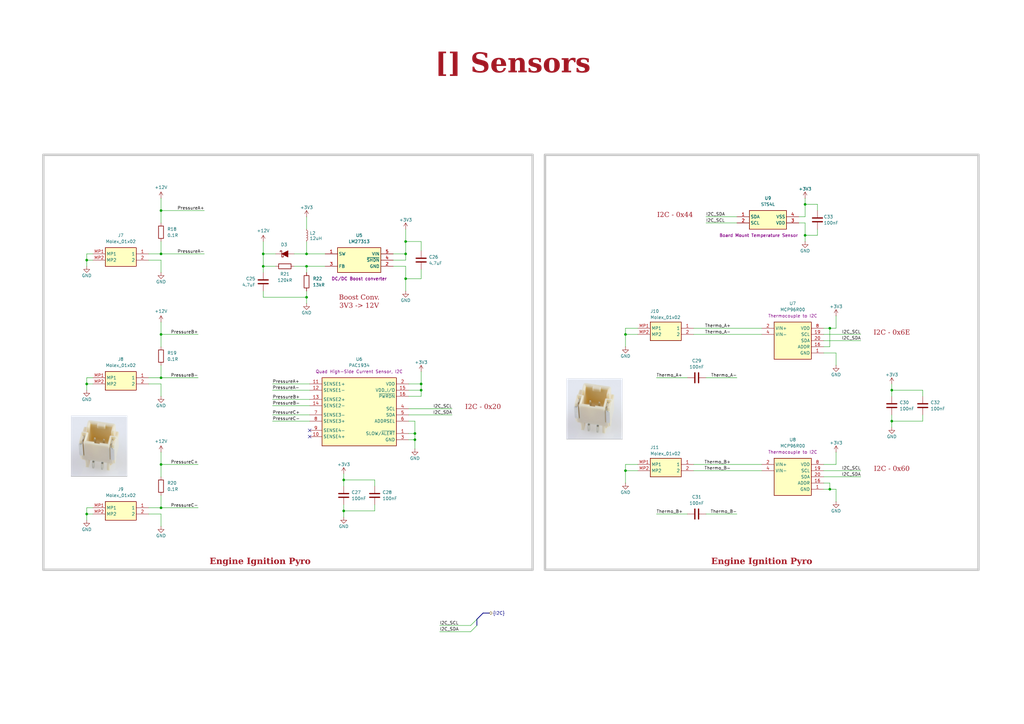
<source format=kicad_sch>
(kicad_sch (version 20250114) (generator "eeschema") (generator_version "9.0")
  (paper "A3")
  (title_block (title "Sensors") (date "2026-01-02") (rev "${REVISION}") (company "${COMPANY}") (comment 1 "GRID - mil (1.27mm)"))
  (lib_symbols
    (symbol "0_Connectors:502352-0201"
      (property "Reference" "J" (at 5.08 6.985 0))
      (property "Value" "502352-0201" (at 5.08 4.445 0))
      (symbol "502352-0201_1_1"
        (rectangle (start 5.08 2.54) (end 17.78 -5.08) (stroke (width 0.254)) (fill (type background)))
        (pin passive line (at 0 0 0) (length 5.08) (name "MP1") (number "MP1"))
        (pin passive line (at 0 -2.54 0) (length 5.08) (name "MP2") (number "MP2"))
        (pin passive line (at 22.86 0 180) (length 5.08) (name "1") (number "1"))
        (pin passive line (at 22.86 -2.54 180) (length 5.08) (name "2") (number "2"))
      )
    )
    (symbol "0_Passives:C" (pin_numbers (hide yes)) (pin_names (offset 0.254))
      (property "Reference" "C" (at 0.635 8.255 0))
      (property "Value" "C" (at 0.635 5.715 0))
      (symbol "C_0_1"
        (polyline (pts (xy 3.048 -2.032) (xy 3.048 2.032)) (stroke (width 0.508)))
        (polyline (pts (xy 4.572 -2.032) (xy 4.572 2.032)) (stroke (width 0.508)))
      )
      (symbol "C_0_2"
        (polyline (pts (xy -2.54 -2.54) (xy -0.381 -0.381)))
        (polyline (pts (xy -0.508 -0.508) (xy -1.651 0.635)) (stroke (width 0.508)))
        (polyline (pts (xy -0.508 -0.508) (xy 0.635 -1.651)) (stroke (width 0.508)))
        (polyline (pts (xy 0.381 0.381) (xy 2.54 2.54)))
        (polyline (pts (xy 0.508 0.508) (xy -0.635 1.651)) (stroke (width 0.508)))
        (polyline (pts (xy 0.508 0.508) (xy 1.651 -0.635)) (stroke (width 0.508)))
      )
      (symbol "C_1_1"
        (pin passive line (at 0 0 0) (length 2.794) (name "~") (number "1"))
        (pin passive line (at 7.62 0 180) (length 2.794) (name "~") (number "2"))
      )
      (symbol "C_1_2"
        (pin passive line (at -2.54 -2.54 90) (length 0) (name "~") (number "2"))
        (pin passive line (at 2.54 2.54 270) (length 0) (name "~") (number "1"))
      )
    )
    (symbol "0_Passives:D_Shottky" (pin_numbers (hide yes)) (pin_names (offset 1.016) (hide yes))
      (property "Reference" "D" (at 3.81 5.08 0))
      (symbol "D_Shottky_0_1"
        (polyline (pts (xy 2.54 0) (xy 5.08 0)))
        (polyline (pts (xy 2.54 -1.27) (xy 2.54 1.27) (xy 5.08 0) (xy 2.54 -1.27)) (stroke (width 0.254)) (fill (type outline)))
        (polyline (pts (xy 5.715 -0.762) (xy 5.715 -1.27) (xy 5.08 -1.27) (xy 5.08 1.27) (xy 4.445 1.27) (xy 4.445 0.762)) (stroke (width 0.254)))
      )
      (symbol "D_Shottky_0_2"
        (polyline (pts (xy 1.27 -2.54) (xy 6.35 2.54)))
        (polyline (pts (xy 2.921 -0.889) (xy 2.032 0) (xy 4.699 0.889) (xy 3.81 -1.778) (xy 2.921 -0.889)) (stroke (width 0.254)) (fill (type outline)))
        (polyline (pts (xy 3.81 1.778) (xy 5.588 0)) (stroke (width 0.254)))
        (polyline (pts (xy 3.81 1.778) (xy 3.429 1.397) (xy 3.81 1.016)) (stroke (width 0.254)))
        (polyline (pts (xy 5.588 0) (xy 5.969 0.381) (xy 5.588 0.762)) (stroke (width 0.254)))
      )
      (symbol "D_Shottky_1_1"
        (pin passive line (at 0 0 0) (length 2.54) (name "A") (number "2"))
        (pin passive line (at 7.62 0 180) (length 2.54) (name "K") (number "1"))
      )
      (symbol "D_Shottky_1_2"
        (pin passive line (at 1.27 -2.54 0) (length 0) (name "A") (number "2"))
        (pin passive line (at 6.35 2.54 180) (length 0) (name "K") (number "1"))
      )
    )
    (symbol "0_Passives:Ind" (pin_numbers (hide yes)) (pin_names (offset 0.254) (hide yes))
      (property "Reference" "L" (at 0.762 -2.032 0))
      (property "Value" "Ind" (at 0.762 2.032 0))
      (symbol "Ind_0_1"
        (arc (start 0.508 0) (mid 1.016 0.5058) (end 1.524 0))
        (arc (start 1.524 0) (mid 2.032 0.5058) (end 2.54 0))
        (arc (start 2.54 0) (mid 3.048 0.5058) (end 3.556 0))
        (arc (start 3.556 0) (mid 4.064 0.5058) (end 4.572 0))
      )
      (symbol "Ind_1_1"
        (pin passive line (at 0 0 0) (length 0.508) (name "~") (number "1"))
        (pin passive line (at 5.08 0 180) (length 0.508) (name "~") (number "2"))
      )
    )
    (symbol "0_Passives:R" (pin_numbers (hide yes)) (pin_names (offset 0))
      (property "Reference" "R" (at 0 7.62 0))
      (property "Value" "R" (at 0 5.08 0))
      (symbol "R_0_1"
        (rectangle (start 1.27 -1.016) (end 6.35 1.016) (stroke (width 0.254)))
      )
      (symbol "R_0_2"
        (polyline (pts (xy -2.54 -2.54) (xy -1.524 -1.524)))
        (polyline (pts (xy 1.524 1.524) (xy 2.54 2.54)))
        (polyline (pts (xy 1.524 1.524) (xy 0.889 2.159) (xy -2.159 -0.889) (xy -0.889 -2.159) (xy 2.159 0.889) (xy 1.524 1.524)) (stroke (width 0.254)))
      )
      (symbol "R_1_1"
        (pin passive line (at 0 0 0) (length 1.27) (name "~") (number "1"))
        (pin passive line (at 7.62 0 180) (length 1.27) (name "~") (number "2"))
      )
      (symbol "R_1_2"
        (pin passive line (at -2.54 -2.54 0) (length 0) (name "") (number "2"))
        (pin passive line (at 2.54 2.54 180) (length 0) (name "") (number "1"))
      )
    )
    (symbol "0_Sensors:MCP96RL00-E_MX_1"
      (property "Reference" "U" (at 7.62 23.368 0))
      (property "Value" "MCP96RL00-E_MX" (at 7.62 20.828 0))
      (property "Description" "Thermocouple to I2C" (at 7.62 17.78 0))
      (symbol "MCP96RL00-E_MX_1_1_1"
        (rectangle (start 0 15.24) (end 15.24 0) (stroke (width 0.254)) (fill (type background)))
        (pin passive line (at -5.08 12.7 0) (length 5.08) (name "VIN+") (number "2"))
        (pin passive line (at -5.08 10.16 0) (length 5.08) (name "VIN-") (number "4"))
        (pin no_connect line (at -5.08 7.62 0) (length 5.08) (hide yes) (name "ALERT_4") (number "15"))
        (pin no_connect line (at -5.08 6.35 0) (length 5.08) (hide yes) (name "ALERT_1") (number "11"))
        (pin no_connect line (at -5.08 5.08 0) (length 5.08) (hide yes) (name "ALERT_2") (number "12"))
        (pin no_connect line (at -5.08 3.81 0) (length 5.08) (hide yes) (name "ALERT_3") (number "14"))
        (pin passive line (at 20.32 12.7 180) (length 5.08) (name "VDD") (number "8"))
        (pin passive line (at 20.32 10.16 180) (length 5.08) (name "SCL") (number "19"))
        (pin passive line (at 20.32 7.62 180) (length 5.08) (name "SDA") (number "20"))
        (pin passive line (at 20.32 5.08 180) (length 5.08) (name "ADDR") (number "16"))
        (pin passive line (at 20.32 2.54 180) (length 5.08) (name "GND") (number "1"))
        (pin passive line (at 20.32 2.54 180) (length 5.08) (hide yes) (name "GND") (number "10"))
        (pin passive line (at 20.32 2.54 180) (length 5.08) (hide yes) (name "GND") (number "13"))
        (pin passive line (at 20.32 2.54 180) (length 5.08) (hide yes) (name "GND") (number "17"))
        (pin passive line (at 20.32 2.54 180) (length 5.08) (hide yes) (name "GND") (number "18"))
        (pin passive line (at 20.32 2.54 180) (length 5.08) (hide yes) (name "EP") (number "21"))
        (pin passive line (at 20.32 2.54 180) (length 5.08) (hide yes) (name "GND") (number "3"))
        (pin passive line (at 20.32 2.54 180) (length 5.08) (hide yes) (name "GND") (number "5"))
        (pin passive line (at 20.32 2.54 180) (length 5.08) (hide yes) (name "GND") (number "6"))
        (pin passive line (at 20.32 2.54 180) (length 5.08) (hide yes) (name "GND") (number "7"))
        (pin passive line (at 20.32 2.54 180) (length 5.08) (hide yes) (name "GND") (number "9"))
      )
    )
    (symbol "0_Sensors:PAC1934T-I_JQ_1"
      (property "Reference" "U" (at 6.604 7.366 0))
      (property "Value" "PAC1934T-I_JQ" (at 6.604 4.826 0))
      (property "Description" "Quad High-Side Current Sensor, I2C" (at 2.794 -28.448 0))
      (symbol "PAC1934T-I_JQ_1_1_1"
        (rectangle (start 5.08 2.54) (end 35.56 -25.4) (stroke (width 0.254)) (fill (type background)))
        (pin input line (at 0 0 0) (length 5.08) (name "SENSE1+") (number "11"))
        (pin input line (at 0 -2.54 0) (length 5.08) (name "SENSE1-") (number "12"))
        (pin input line (at 0 -6.35 0) (length 5.08) (name "SENSE2+") (number "13"))
        (pin input line (at 0 -8.89 0) (length 5.08) (name "SENSE2-") (number "14"))
        (pin input line (at 0 -12.7 0) (length 5.08) (name "SENSE3-") (number "7"))
        (pin input line (at 0 -15.24 0) (length 5.08) (name "SENSE3+") (number "8"))
        (pin input line (at 0 -19.05 0) (length 5.08) (name "SENSE4-") (number "9"))
        (pin input line (at 0 -21.59 0) (length 5.08) (name "SENSE4+") (number "10"))
        (pin power_in line (at 40.64 0 180) (length 5.08) (name "VDD") (number "2"))
        (pin power_in line (at 40.64 -2.54 180) (length 5.08) (name "VDD_I/O") (number "15"))
        (pin input line (at 40.64 -5.08 180) (length 5.08) (name "~{PWRDN}") (number "16"))
        (pin input line (at 40.64 -10.16 180) (length 5.08) (name "SCL") (number "4"))
        (pin bidirectional line (at 40.64 -12.7 180) (length 5.08) (name "SDA") (number "5"))
        (pin input line (at 40.64 -15.24 180) (length 5.08) (name "ADDRSEL") (number "6"))
        (pin output line (at 40.64 -20.32 180) (length 5.08) (name "SLOW/~{ALERT}") (number "1"))
        (pin power_in line (at 40.64 -22.86 180) (length 5.08) (hide yes) (name "GND") (number "17"))
        (pin power_in line (at 40.64 -22.86 180) (length 5.08) (name "GND") (number "3"))
      )
    )
    (symbol "0_Sensors:STS4L-AD1B-R3"
      (property "Reference" "U" (at 5.842 7.366 0))
      (property "Value" "STS4L-AD1B-R3" (at 5.842 4.826 0))
      (symbol "STS4L-AD1B-R3_1_1"
        (rectangle (start 5.08 2.54) (end 20.32 -5.08) (stroke (width 0.254)) (fill (type background)))
        (pin passive line (at 0 0 0) (length 5.08) (name "SDA") (number "1"))
        (pin passive line (at 0 -2.54 0) (length 5.08) (name "SCL") (number "2"))
        (pin passive line (at 25.4 0 180) (length 5.08) (name "VSS") (number "4"))
        (pin passive line (at 25.4 -2.54 180) (length 5.08) (name "VDD") (number "3"))
      )
    )
    (symbol "LM27313XMFX_NOPB_1"
      (property "Reference" "U" (at 4.826 7.874 0))
      (property "Value" "LM27313XMFX_NOPB" (at 4.826 5.334 0))
      (property "Description" "Dc/DC Boost converter, 1.8MHz" (at 15.494 -10.16 0))
      (symbol "LM27313XMFX_NOPB_1_1_1"
        (rectangle (start 5.08 2.54) (end 22.86 -7.62) (stroke (width 0.254)) (fill (type background)))
        (pin passive line (at 0 0 0) (length 5.08) (name "SW") (number "1"))
        (pin passive line (at 0 -5.08 0) (length 5.08) (name "FB") (number "3"))
        (pin passive line (at 27.94 0 180) (length 5.08) (name "VIN") (number "5"))
        (pin passive line (at 27.94 -2.54 180) (length 5.08) (name "~{SHDN}") (number "4"))
        (pin passive line (at 27.94 -5.08 180) (length 5.08) (name "GND") (number "2"))
      )
    )
    (symbol "power:+12V" (power) (pin_numbers (hide yes)) (pin_names (offset 0) (hide yes))
      (property "Value" "+12V" (at 0 3.556 0))
      (symbol "+12V_0_1"
        (polyline (pts (xy -0.762 1.27) (xy 0 2.54)))
        (polyline (pts (xy 0 2.54) (xy 0.762 1.27)))
        (polyline (pts (xy 0 0) (xy 0 2.54)))
      )
      (symbol "+12V_1_1"
        (pin power_in line (at 0 0 90) (length 0) (name "~") (number "1"))
      )
    )
    (symbol "power:+3V3" (power) (pin_numbers (hide yes)) (pin_names (offset 0) (hide yes))
      (property "Value" "+3V3" (at 0 3.556 0))
      (symbol "+3V3_0_1"
        (polyline (pts (xy -0.762 1.27) (xy 0 2.54)))
        (polyline (pts (xy 0 2.54) (xy 0.762 1.27)))
        (polyline (pts (xy 0 0) (xy 0 2.54)))
      )
      (symbol "+3V3_1_1"
        (pin power_in line (at 0 0 90) (length 0) (name "~") (number "1"))
      )
    )
    (symbol "power:GND" (power) (pin_numbers (hide yes)) (pin_names (offset 0) (hide yes))
      (property "Value" "GND" (at 0 -3.81 0))
      (symbol "GND_0_1"
        (polyline (pts (xy 0 0) (xy 0 -1.27) (xy 1.27 -1.27) (xy 0 -2.54) (xy -1.27 -1.27) (xy 0 -1.27)))
      )
      (symbol "GND_1_1"
        (pin power_in line (at 0 0 270) (length 0) (name "~") (number "1"))
      )
    )
  )
  (rectangle (start 17.78 63.5) (end 218.44 233.68) (stroke (width 1) (color 200 200 200 1)))
  (rectangle (start 223.52 63.5) (end 401.32 233.68) (stroke (width 1) (color 200 200 200 1)))
  (text "I2C - 0x60" (at 365.76 193.04 0) (effects (font (size 2 2))))
  (text "I2C - 0x44" (at 276.86 88.9 0) (effects (font (size 2 2))))
  (text "I2C - 0x6E" (at 365.76 137.16 0) (effects (font (size 2 2))))
  (text "Boost Conv.\n3V3 -> 12V" (at 147.32 124.46 0) (effects (font (size 2 2))))
  (text "I2C - 0x20" (at 198.12 167.64 0) (effects (font (size 2 2))))
  (text_box "[${#}] ${TITLE}" (at 12.7 12.7 0) (size 395.3 27.3) (margins 5.9999 5.9999 5.9999 5.9999) (stroke (width -0.0001)) (effects (font (size 8 8) (thickness 1.2) (bold yes))))
  (text_box "Engine Ignition Pyro" (at 17.78 223.52 0) (size 177.8 10.16) (margins 1.9049 1.9049 1.9049 1.9049) (stroke (width -0.0001)) (effects (font (size 2.54 2.54) (thickness 0.508) (bold yes)) (justify bottom)))
  (text_box "Engine Ignition Pyro" (at 223.52 223.52 0) (size 177.8 10.16) (margins 1.9049 1.9049 1.9049 1.9049) (stroke (width -0.0001)) (effects (font (size 2.54 2.54) (thickness 0.508) (bold yes)) (justify bottom)))
  (junction (at 330.2 83.82))
  (junction (at 166.37 99.06))
  (junction (at 107.95 104.14))
  (junction (at 66.04 190.5))
  (junction (at 66.04 154.94))
  (junction (at 35.56 210.82))
  (junction (at 35.56 106.68))
  (junction (at 140.97 196.85))
  (junction (at 172.72 160.02))
  (junction (at 172.72 157.48))
  (junction (at 125.73 121.92))
  (junction (at 170.18 180.34))
  (junction (at 365.76 172.72))
  (junction (at 340.36 200.66))
  (junction (at 125.73 104.14))
  (junction (at 107.95 109.22))
  (junction (at 66.04 137.16))
  (junction (at 256.54 137.16))
  (junction (at 365.76 160.02))
  (junction (at 330.2 96.52))
  (junction (at 66.04 208.28))
  (junction (at 125.73 109.22))
  (junction (at 66.04 104.14))
  (junction (at 166.37 104.14))
  (junction (at 35.56 157.48))
  (junction (at 166.37 114.3))
  (junction (at 140.97 209.55))
  (junction (at 340.36 134.62))
  (junction (at 66.04 86.36))
  (junction (at 256.54 193.04))
  (junction (at 170.18 177.8))
  (no_connect (at 127 176.53))
  (no_connect (at 127 179.07))
  (bus_entry (at 193.04 259.08) (size 2.54 -2.54))
  (bus_entry (at 193.04 256.54) (size 2.54 -2.54))
  (wire (pts (xy 284.48 137.16) (xy 312.42 137.16)))
  (wire (pts (xy 140.97 207.01) (xy 140.97 209.55)))
  (wire (pts (xy 66.04 86.36) (xy 83.82 86.36)))
  (wire (pts (xy 256.54 190.5) (xy 261.62 190.5)))
  (wire (pts (xy 38.1 104.14) (xy 35.56 104.14)))
  (wire (pts (xy 378.46 160.02) (xy 365.76 160.02)))
  (wire (pts (xy 167.64 160.02) (xy 172.72 160.02)))
  (wire (pts (xy 107.95 119.38) (xy 107.95 121.92)))
  (wire (pts (xy 66.04 208.28) (xy 81.28 208.28)))
  (wire (pts (xy 289.56 91.44) (xy 302.26 91.44)))
  (wire (pts (xy 35.56 210.82) (xy 35.56 213.36)))
  (wire (pts (xy 256.54 134.62) (xy 256.54 137.16)))
  (wire (pts (xy 66.04 203.2) (xy 66.04 208.28)))
  (wire (pts (xy 66.04 137.16) (xy 81.28 137.16)))
  (wire (pts (xy 365.76 170.18) (xy 365.76 172.72)))
  (wire (pts (xy 256.54 193.04) (xy 261.62 193.04)))
  (wire (pts (xy 330.2 81.28) (xy 330.2 83.82)))
  (wire (pts (xy 111.76 163.83) (xy 127 163.83)))
  (wire (pts (xy 378.46 170.18) (xy 378.46 172.72)))
  (wire (pts (xy 167.64 167.64) (xy 185.42 167.64)))
  (wire (pts (xy 60.96 157.48) (xy 66.04 157.48)))
  (wire (pts (xy 107.95 109.22) (xy 113.03 109.22)))
  (wire (pts (xy 66.04 106.68) (xy 66.04 111.76)))
  (wire (pts (xy 161.29 109.22) (xy 166.37 109.22)))
  (wire (pts (xy 120.65 104.14) (xy 125.73 104.14)))
  (wire (pts (xy 289.56 154.94) (xy 302.26 154.94)))
  (wire (pts (xy 337.82 193.04) (xy 353.06 193.04)))
  (wire (pts (xy 327.66 88.9) (xy 330.2 88.9)))
  (wire (pts (xy 340.36 142.24) (xy 340.36 134.62)))
  (wire (pts (xy 166.37 109.22) (xy 166.37 114.3)))
  (wire (pts (xy 153.67 196.85) (xy 140.97 196.85)))
  (wire (pts (xy 35.56 104.14) (xy 35.56 106.68)))
  (wire (pts (xy 342.9 149.86) (xy 342.9 144.78)))
  (wire (pts (xy 166.37 99.06) (xy 166.37 104.14)))
  (wire (pts (xy 140.97 209.55) (xy 140.97 212.09)))
  (wire (pts (xy 107.95 104.14) (xy 113.03 104.14)))
  (wire (pts (xy 342.9 200.66) (xy 340.36 200.66)))
  (wire (pts (xy 140.97 196.85) (xy 140.97 199.39)))
  (wire (pts (xy 330.2 96.52) (xy 330.2 99.06)))
  (wire (pts (xy 125.73 109.22) (xy 125.73 111.76)))
  (wire (pts (xy 167.64 157.48) (xy 172.72 157.48)))
  (wire (pts (xy 342.9 134.62) (xy 342.9 129.54)))
  (wire (pts (xy 153.67 209.55) (xy 140.97 209.55)))
  (wire (pts (xy 330.2 91.44) (xy 330.2 96.52)))
  (wire (pts (xy 60.96 154.94) (xy 66.04 154.94)))
  (wire (pts (xy 125.73 99.06) (xy 125.73 104.14)))
  (wire (pts (xy 365.76 157.48) (xy 365.76 160.02)))
  (wire (pts (xy 140.97 194.31) (xy 140.97 196.85)))
  (wire (pts (xy 66.04 190.5) (xy 66.04 195.58)))
  (wire (pts (xy 337.82 190.5) (xy 342.9 190.5)))
  (wire (pts (xy 378.46 172.72) (xy 365.76 172.72)))
  (wire (pts (xy 60.96 104.14) (xy 66.04 104.14)))
  (wire (pts (xy 66.04 154.94) (xy 81.28 154.94)))
  (wire (pts (xy 38.1 208.28) (xy 35.56 208.28)))
  (wire (pts (xy 35.56 157.48) (xy 35.56 160.02)))
  (wire (pts (xy 35.56 157.48) (xy 38.1 157.48)))
  (wire (pts (xy 66.04 132.08) (xy 66.04 137.16)))
  (wire (pts (xy 166.37 93.98) (xy 166.37 99.06)))
  (wire (pts (xy 172.72 110.49) (xy 172.72 114.3)))
  (wire (pts (xy 153.67 199.39) (xy 153.67 196.85)))
  (wire (pts (xy 172.72 99.06) (xy 172.72 102.87)))
  (bus (pts (xy 195.58 254) (xy 195.58 256.54)))
  (wire (pts (xy 340.36 200.66) (xy 337.82 200.66)))
  (wire (pts (xy 107.95 104.14) (xy 107.95 99.06)))
  (wire (pts (xy 111.76 166.37) (xy 127 166.37)))
  (wire (pts (xy 172.72 152.4) (xy 172.72 157.48)))
  (wire (pts (xy 125.73 104.14) (xy 133.35 104.14)))
  (wire (pts (xy 289.56 88.9) (xy 302.26 88.9)))
  (wire (pts (xy 66.04 210.82) (xy 66.04 215.9)))
  (wire (pts (xy 35.56 106.68) (xy 35.56 109.22)))
  (wire (pts (xy 335.28 86.36) (xy 335.28 83.82)))
  (wire (pts (xy 170.18 180.34) (xy 167.64 180.34)))
  (wire (pts (xy 111.76 172.72) (xy 127 172.72)))
  (wire (pts (xy 125.73 109.22) (xy 133.35 109.22)))
  (wire (pts (xy 342.9 144.78) (xy 337.82 144.78)))
  (wire (pts (xy 284.48 193.04) (xy 312.42 193.04)))
  (wire (pts (xy 284.48 134.62) (xy 312.42 134.62)))
  (wire (pts (xy 107.95 109.22) (xy 107.95 104.14)))
  (wire (pts (xy 337.82 137.16) (xy 353.06 137.16)))
  (wire (pts (xy 66.04 190.5) (xy 81.28 190.5)))
  (wire (pts (xy 66.04 149.86) (xy 66.04 154.94)))
  (wire (pts (xy 166.37 119.38) (xy 166.37 114.3)))
  (wire (pts (xy 167.64 177.8) (xy 170.18 177.8)))
  (wire (pts (xy 35.56 154.94) (xy 35.56 157.48)))
  (wire (pts (xy 330.2 83.82) (xy 335.28 83.82)))
  (wire (pts (xy 365.76 160.02) (xy 365.76 162.56)))
  (wire (pts (xy 66.04 99.06) (xy 66.04 104.14)))
  (wire (pts (xy 289.56 210.82) (xy 302.26 210.82)))
  (wire (pts (xy 66.04 86.36) (xy 66.04 91.44)))
  (wire (pts (xy 335.28 93.98) (xy 335.28 96.52)))
  (wire (pts (xy 161.29 104.14) (xy 166.37 104.14)))
  (wire (pts (xy 269.24 154.94) (xy 281.94 154.94)))
  (wire (pts (xy 60.96 106.68) (xy 66.04 106.68)))
  (wire (pts (xy 66.04 185.42) (xy 66.04 190.5)))
  (wire (pts (xy 180.34 256.54) (xy 193.04 256.54)))
  (wire (pts (xy 342.9 190.5) (xy 342.9 185.42)))
  (wire (pts (xy 256.54 193.04) (xy 256.54 198.12)))
  (wire (pts (xy 337.82 134.62) (xy 340.36 134.62)))
  (wire (pts (xy 256.54 137.16) (xy 261.62 137.16)))
  (wire (pts (xy 337.82 198.12) (xy 340.36 198.12)))
  (wire (pts (xy 172.72 162.56) (xy 172.72 160.02)))
  (wire (pts (xy 256.54 134.62) (xy 261.62 134.62)))
  (wire (pts (xy 170.18 177.8) (xy 170.18 180.34)))
  (wire (pts (xy 167.64 172.72) (xy 170.18 172.72)))
  (wire (pts (xy 353.06 139.7) (xy 337.82 139.7)))
  (wire (pts (xy 60.96 208.28) (xy 66.04 208.28)))
  (wire (pts (xy 35.56 106.68) (xy 38.1 106.68)))
  (wire (pts (xy 161.29 106.68) (xy 166.37 106.68)))
  (wire (pts (xy 111.76 157.48) (xy 127 157.48)))
  (wire (pts (xy 107.95 121.92) (xy 125.73 121.92)))
  (wire (pts (xy 342.9 205.74) (xy 342.9 200.66)))
  (wire (pts (xy 337.82 195.58) (xy 353.06 195.58)))
  (wire (pts (xy 172.72 160.02) (xy 172.72 157.48)))
  (wire (pts (xy 120.65 109.22) (xy 125.73 109.22)))
  (wire (pts (xy 107.95 109.22) (xy 107.95 111.76)))
  (wire (pts (xy 365.76 172.72) (xy 365.76 175.26)))
  (wire (pts (xy 330.2 96.52) (xy 335.28 96.52)))
  (wire (pts (xy 66.04 104.14) (xy 83.82 104.14)))
  (wire (pts (xy 342.9 134.62) (xy 340.36 134.62)))
  (wire (pts (xy 185.42 170.18) (xy 167.64 170.18)))
  (wire (pts (xy 125.73 121.92) (xy 125.73 124.46)))
  (wire (pts (xy 66.04 81.28) (xy 66.04 86.36)))
  (wire (pts (xy 180.34 259.08) (xy 193.04 259.08)))
  (wire (pts (xy 35.56 208.28) (xy 35.56 210.82)))
  (wire (pts (xy 170.18 172.72) (xy 170.18 177.8)))
  (wire (pts (xy 66.04 137.16) (xy 66.04 142.24)))
  (wire (pts (xy 167.64 162.56) (xy 172.72 162.56)))
  (wire (pts (xy 111.76 170.18) (xy 127 170.18)))
  (wire (pts (xy 111.76 160.02) (xy 127 160.02)))
  (wire (pts (xy 35.56 210.82) (xy 38.1 210.82)))
  (wire (pts (xy 256.54 137.16) (xy 256.54 142.24)))
  (bus (pts (xy 200.66 251.46) (xy 198.12 251.46)))
  (wire (pts (xy 125.73 88.9) (xy 125.73 93.98)))
  (wire (pts (xy 125.73 119.38) (xy 125.73 121.92)))
  (wire (pts (xy 337.82 142.24) (xy 340.36 142.24)))
  (wire (pts (xy 153.67 207.01) (xy 153.67 209.55)))
  (wire (pts (xy 284.48 190.5) (xy 312.42 190.5)))
  (wire (pts (xy 172.72 99.06) (xy 166.37 99.06)))
  (wire (pts (xy 170.18 180.34) (xy 170.18 184.15)))
  (wire (pts (xy 378.46 162.56) (xy 378.46 160.02)))
  (wire (pts (xy 66.04 157.48) (xy 66.04 162.56)))
  (wire (pts (xy 269.24 210.82) (xy 281.94 210.82)))
  (wire (pts (xy 60.96 210.82) (xy 66.04 210.82)))
  (wire (pts (xy 330.2 83.82) (xy 330.2 88.9)))
  (wire (pts (xy 327.66 91.44) (xy 330.2 91.44)))
  (bus (pts (xy 195.58 254) (xy 198.12 251.46)))
  (wire (pts (xy 172.72 114.3) (xy 166.37 114.3)))
  (wire (pts (xy 38.1 154.94) (xy 35.56 154.94)))
  (wire (pts (xy 166.37 106.68) (xy 166.37 104.14)))
  (wire (pts (xy 256.54 190.5) (xy 256.54 193.04)))
  (wire (pts (xy 340.36 198.12) (xy 340.36 200.66)))
  (image (at 40.64 182.88))
  (image (at 243.84 167.64))
  (label "PressureA+" (at 111.76 157.48 0))
  (label "Thermo_B+" (at 299.72 190.5 180))
  (label "PressureA-" (at 111.76 160.02 0))
  (label "I2C_SCL" (at 353.06 193.04 180))
  (label "Thermo_A-" (at 302.26 154.94 180))
  (label "Thermo_B-" (at 299.72 193.04 180))
  (label "I2C_SDA" (at 180.34 259.08 0))
  (label "Thermo_A-" (at 299.72 137.16 180))
  (label "I2C_SCL" (at 185.42 167.64 180))
  (label "Thermo_A+" (at 269.24 154.94 0))
  (label "PressureB-" (at 111.76 166.37 0))
  (label "I2C_SCL" (at 180.34 256.54 0))
  (label "PressureB-" (at 81.28 154.94 180))
  (label "PressureA+" (at 83.82 86.36 180))
  (label "PressureC-" (at 81.28 208.28 180))
  (label "Thermo_B-" (at 302.26 210.82 180))
  (label "PressureC+" (at 81.28 190.5 180))
  (label "Thermo_B+" (at 269.24 210.82 0))
  (label "I2C_SDA" (at 185.42 170.18 180))
  (label "I2C_SCL" (at 353.06 137.16 180))
  (label "PressureB+" (at 81.28 137.16 180))
  (label "PressureB+" (at 111.76 163.83 0))
  (label "Thermo_A+" (at 299.72 134.62 180))
  (label "PressureC+" (at 111.76 170.18 0))
  (label "I2C_SDA" (at 353.06 195.58 180))
  (label "PressureC-" (at 111.76 172.72 0))
  (label "PressureA-" (at 83.82 104.14 180))
  (label "I2C_SDA" (at 289.56 88.9 0))
  (label "I2C_SDA" (at 353.06 139.7 180))
  (label "I2C_SCL" (at 289.56 91.44 0))
  (hierarchical_label "{I2C}" (shape bidirectional) (at 200.66 251.46 0))
  (symbol (lib_id "0_Passives:C") (at 378.46 170.18 90) (unit 1)
    (property "Reference" "C32" (at 381.635 165.1 90) (effects (justify right)))
    (property "Value" "100nF" (at 381.635 167.64 90) (effects (justify right)))
    (property "Footprint" "0_Capacitors:C_0603_1608_DensityHigh" (effects (hide yes)))
    (property "Description" "SMD 0603 MLCC capacitor" (effects (hide yes)))
    (property "MPN" "CC0603KRX7R9BB104" (effects (hide yes)))
    (property "Min Qty" "20" (effects (hide yes)))
    (property "Order Code" "C14663" (effects (hide yes)))
    (property "Price Per" "0.002" (effects (hide yes)))
    (property "Supplier" "JLCPCB" (effects (hide yes)))
  )
  (symbol (lib_id "0_Passives:D_Shottky") (at 120.65 104.14 180) (unit 1)
    (property "Reference" "D3" (at 116.5225 100.33 0))
    (property "Footprint" "0_Passives:D_SOD-123" (effects (hide yes)))
    (property "Description" "SMD SOD-123 Shottky Diode" (effects (hide yes)))
    (property "MPN" "B5819W SL" (effects (hide yes)))
    (property "Min Qty" "20" (effects (hide yes)))
    (property "Order Code" "C8598" (effects (hide yes)))
    (property "Price Per" "0.017" (effects (hide yes)))
    (property "Supplier" "JLCPCB" (effects (hide yes)))
  )
  (symbol (lib_id "power:+3V3") (at 342.9 185.42 0) (unit 1)
    (property "Reference" "#PWR01221" (effects (hide yes)))
    (property "Value" "+3V3" (at 342.9 181.61 0))
    (property "Description" "Power symbol creates a global label with name \"+3V3\"" (effects (hide yes)))
  )
  (symbol (lib_id "power:+12V") (at 107.95 99.06 0) (unit 1)
    (property "Reference" "#PWR01205" (effects (hide yes)))
    (property "Value" "+12V" (at 107.95 94.615 0))
    (property "Description" "Power symbol creates a global label with name \"+12V\"" (effects (hide yes)))
  )
  (symbol (lib_id "power:GND") (at 342.9 149.86 0) (unit 1)
    (property "Reference" "#PWR01214" (effects (hide yes)))
    (property "Value" "GND" (at 342.9 153.67 0))
    (property "Description" "Power symbol creates a global label with name \"GND\" , ground" (effects (hide yes)))
  )
  (symbol (lib_id "power:GND") (at 256.54 198.12 0) (unit 1)
    (property "Reference" "#PWR01224" (effects (hide yes)))
    (property "Value" "GND" (at 256.54 201.93 0))
    (property "Description" "Power symbol creates a global label with name \"GND\" , ground" (effects (hide yes)))
  )
  (symbol (lib_id "0_Sensors:STS4L-AD1B-R3") (at 302.26 88.9 0) (unit 1)
    (property "Reference" "U9" (at 314.96 81.28 0))
    (property "Value" "STS4L" (at 314.96 83.82 0))
    (property "Footprint" "0_Sensors:STS4LAD1BR3" (effects (hide yes)))
    (property "Datasheet" "https://sensirion.com/media/documents/D2D0B4A9/667AC1F4/HT_DS_Datasheet_STS4x.pdf" (effects (hide yes)))
    (property "Description" "Board Mount Temperature Sensor" (at 311.15 96.52 0))
    (property "MPN" "STS4L-AD1B-R3" (effects (hide yes)))
    (property "Min Qty" "1" (effects (hide yes)))
    (property "Order Code" "4551122" (effects (hide yes)))
    (property "Part Link" "https://uk.farnell.com/sensirion/sts4l-ad1b-r3/temperature-sensor-0-4deg-c-dfn/dp/4551122" (effects (hide yes)))
    (property "Price Per" "0.52" (effects (hide yes)))
    (property "Supplier" "Farnell" (effects (hide yes)))
  )
  (symbol (lib_id "power:+12V") (at 66.04 185.42 0) (unit 1)
    (property "Reference" "#PWR01220" (effects (hide yes)))
    (property "Value" "+12V" (at 66.04 180.975 0))
    (property "Description" "Power symbol creates a global label with name \"+12V\"" (effects (hide yes)))
  )
  (symbol (lib_id "0_Connectors:502352-0201") (at 38.1 154.94 0) (unit 1)
    (property "Reference" "J8" (at 49.53 147.32 0))
    (property "Value" "Molex_01x02" (at 49.53 149.86 0))
    (property "Footprint" "0_Connectors:502352_0201" (effects (hide yes)))
    (property "Datasheet" "https://www.molex.com/pdm_docs/sd/5023520201_sd.pdf" (effects (hide yes)))
    (property "Description" "MOLEX - 502352-0201 - WTB CONN, HEADER, 2POS, 1ROW, 2MM" (effects (hide yes)))
    (property "MPN" "502352-0201" (effects (hide yes)))
    (property "Min Qty" "1" (effects (hide yes)))
    (property "Order Code" "3103081" (effects (hide yes)))
    (property "Part Link" "https://uk.farnell.com/molex/502352-0201/wtb-conn-header-2pos-1row-2mm/dp/3103081" (effects (hide yes)))
    (property "Price Per" "0.95" (effects (hide yes)))
    (property "Supplier" "Farnell" (effects (hide yes)))
  )
  (symbol (lib_id "power:GND") (at 140.97 212.09 0) (mirror y) (unit 1)
    (property "Reference" "#PWR01226" (effects (hide yes)))
    (property "Value" "GND" (at 140.97 215.9 0))
    (property "Description" "Power symbol creates a global label with name \"GND\" , ground" (effects (hide yes)))
  )
  (symbol (lib_id "0_Passives:C") (at 365.76 170.18 270) (mirror x) (unit 1)
    (property "Reference" "C30" (at 368.935 165.1 90) (effects (justify left)))
    (property "Value" "100nF" (at 368.935 167.64 90) (effects (justify left)))
    (property "Footprint" "0_Capacitors:C_0603_1608_DensityHigh" (effects (hide yes)))
    (property "Description" "SMD 0603 MLCC capacitor" (effects (hide yes)))
    (property "MPN" "CC0603KRX7R9BB104" (effects (hide yes)))
    (property "Min Qty" "20" (effects (hide yes)))
    (property "Order Code" "C14663" (effects (hide yes)))
    (property "Price Per" "0.002" (effects (hide yes)))
    (property "Supplier" "JLCPCB" (effects (hide yes)))
  )
  (symbol (lib_id "power:GND") (at 342.9 205.74 0) (unit 1)
    (property "Reference" "#PWR01225" (effects (hide yes)))
    (property "Value" "GND" (at 342.9 209.55 0))
    (property "Description" "Power symbol creates a global label with name \"GND\" , ground" (effects (hide yes)))
  )
  (symbol (lib_id "0_Passives:R") (at 66.04 142.24 270) (unit 1)
    (property "Reference" "R19" (at 68.58 144.78 90) (effects (justify left)))
    (property "Value" "0.1R" (at 68.58 147.32 90) (effects (justify left)))
    (property "Footprint" "0_Resistors:R_1206_3216_DensityHigh_Large" (effects (hide yes)))
    (property "Description" "SMD 1206 Chip Resistor" (effects (hide yes)))
    (property "MPN" "1206W4F100LT5E" (effects (hide yes)))
    (property "Min Qty" "15" (effects (hide yes)))
    (property "Order Code" "C25334" (effects (hide yes)))
    (property "Price Per" "0.0037" (effects (hide yes)))
    (property "Supplier" "JLCPCB" (effects (hide yes)))
  )
  (symbol (lib_id "0_Passives:C") (at 172.72 102.87 270) (unit 1)
    (property "Reference" "C26" (at 175.895 105.41 90) (effects (justify left)))
    (property "Value" "4.7uF" (at 175.895 107.95 90) (effects (justify left)))
    (property "Footprint" "0_Capacitors:C_0603_1608_DensityHigh" (effects (hide yes)))
    (property "Description" "SMD 0603 MLCC capacitor" (effects (hide yes)))
    (property "MPN" "CL10A475KO8NNNC" (effects (hide yes)))
    (property "Min Qty" "20" (effects (hide yes)))
    (property "Order Code" "C19666" (effects (hide yes)))
    (property "Price Per" "0.007" (effects (hide yes)))
    (property "Supplier" "JLCPCB" (effects (hide yes)))
  )
  (symbol (lib_id "power:GND") (at 66.04 111.76 0) (unit 1)
    (property "Reference" "#PWR01208" (effects (hide yes)))
    (property "Value" "GND" (at 66.04 115.57 0))
    (property "Description" "Power symbol creates a global label with name \"GND\" , ground" (effects (hide yes)))
  )
  (symbol (lib_id "power:+12V") (at 66.04 81.28 0) (unit 1)
    (property "Reference" "#PWR01201" (effects (hide yes)))
    (property "Value" "+12V" (at 66.04 76.835 0))
    (property "Description" "Power symbol creates a global label with name \"+12V\"" (effects (hide yes)))
  )
  (symbol (lib_id "0_Passives:C") (at 153.67 199.39 270) (unit 1)
    (property "Reference" "C28" (at 156.845 201.93 90) (effects (justify left)))
    (property "Value" "100nF" (at 156.845 204.47 90) (effects (justify left)))
    (property "Footprint" "0_Capacitors:C_0603_1608_DensityHigh" (effects (hide yes)))
    (property "Description" "SMD 0603 MLCC capacitor" (effects (hide yes)))
    (property "MPN" "CC0603KRX7R9BB104" (effects (hide yes)))
    (property "Min Qty" "20" (effects (hide yes)))
    (property "Order Code" "C14663" (effects (hide yes)))
    (property "Price Per" "0.002" (effects (hide yes)))
    (property "Supplier" "JLCPCB" (effects (hide yes)))
  )
  (symbol (lib_id "power:+12V") (at 66.04 132.08 0) (unit 1)
    (property "Reference" "#PWR01212" (effects (hide yes)))
    (property "Value" "+12V" (at 66.04 127.635 0))
    (property "Description" "Power symbol creates a global label with name \"+12V\"" (effects (hide yes)))
  )
  (symbol (lib_id "0_Connectors:502352-0201") (at 38.1 208.28 0) (unit 1)
    (property "Reference" "J9" (at 49.53 200.66 0))
    (property "Value" "Molex_01x02" (at 49.53 203.2 0))
    (property "Footprint" "0_Connectors:502352_0201" (effects (hide yes)))
    (property "Datasheet" "https://www.molex.com/pdm_docs/sd/5023520201_sd.pdf" (effects (hide yes)))
    (property "Description" "MOLEX - 502352-0201 - WTB CONN, HEADER, 2POS, 1ROW, 2MM" (effects (hide yes)))
    (property "MPN" "502352-0201" (effects (hide yes)))
    (property "Min Qty" "1" (effects (hide yes)))
    (property "Order Code" "3103081" (effects (hide yes)))
    (property "Part Link" "https://uk.farnell.com/molex/502352-0201/wtb-conn-header-2pos-1row-2mm/dp/3103081" (effects (hide yes)))
    (property "Price Per" "0.95" (effects (hide yes)))
    (property "Supplier" "Farnell" (effects (hide yes)))
  )
  (symbol (lib_id "power:GND") (at 125.73 124.46 0) (mirror y) (unit 1)
    (property "Reference" "#PWR01210" (effects (hide yes)))
    (property "Value" "GND" (at 125.73 128.27 0))
    (property "Description" "Power symbol creates a global label with name \"GND\" , ground" (effects (hide yes)))
  )
  (symbol (lib_id "power:GND") (at 330.2 99.06 0) (unit 1)
    (property "Reference" "#PWR01206" (effects (hide yes)))
    (property "Value" "GND" (at 330.2 102.87 0))
    (property "Description" "Power symbol creates a global label with name \"GND\" , ground" (effects (hide yes)))
  )
  (symbol (lib_id "power:GND") (at 256.54 142.24 0) (unit 1)
    (property "Reference" "#PWR01213" (effects (hide yes)))
    (property "Value" "GND" (at 256.54 146.05 0))
    (property "Description" "Power symbol creates a global label with name \"GND\" , ground" (effects (hide yes)))
  )
  (symbol (lib_id "power:+3V3") (at 125.73 88.9 0) (mirror y) (unit 1)
    (property "Reference" "#PWR01203" (effects (hide yes)))
    (property "Value" "+3V3" (at 125.73 85.09 0))
    (property "Description" "Power symbol creates a global label with name \"+3V3\"" (effects (hide yes)))
  )
  (symbol (lib_id "power:GND") (at 66.04 162.56 0) (unit 1)
    (property "Reference" "#PWR01218" (effects (hide yes)))
    (property "Value" "GND" (at 66.04 166.37 0))
    (property "Description" "Power symbol creates a global label with name \"GND\" , ground" (effects (hide yes)))
  )
  (symbol (lib_id "0_Passives:C") (at 289.56 210.82 180) (unit 1)
    (property "Reference" "C31" (at 285.75 203.835 0))
    (property "Value" "100nF" (at 285.75 206.375 0))
    (property "Footprint" "0_Capacitors:C_0603_1608_DensityHigh" (effects (hide yes)))
    (property "Description" "SMD 0603 MLCC capacitor" (effects (hide yes)))
    (property "MPN" "CC0603KRX7R9BB104" (effects (hide yes)))
    (property "Min Qty" "20" (effects (hide yes)))
    (property "Order Code" "C14663" (effects (hide yes)))
    (property "Price Per" "0.002" (effects (hide yes)))
    (property "Supplier" "JLCPCB" (effects (hide yes)))
  )
  (symbol (lib_id "power:GND") (at 166.37 119.38 0) (mirror y) (unit 1)
    (property "Reference" "#PWR01209" (effects (hide yes)))
    (property "Value" "GND" (at 166.37 123.19 0))
    (property "Description" "Power symbol creates a global label with name \"GND\" , ground" (effects (hide yes)))
  )
  (symbol (lib_id "power:GND") (at 170.18 184.15 0) (mirror y) (unit 1)
    (property "Reference" "#PWR01222" (effects (hide yes)))
    (property "Value" "GND" (at 170.18 187.96 0))
    (property "Description" "Power symbol creates a global label with name \"GND\" , ground" (effects (hide yes)))
  )
  (symbol (lib_id "0_Sensors:PAC1934T-I_JQ_1") (at 127 157.48 0) (unit 1)
    (property "Reference" "U6" (at 147.32 147.32 0))
    (property "Value" "PAC1934" (at 147.32 149.86 0))
    (property "Footprint" "0_Sensors:PAC1934T-I_JQ" (effects (hide yes)))
    (property "Datasheet" "https://datasheet.datasheetarchive.com/originals/distributors/DKDS41/DSANUWW0026729.pdf" (effects (hide yes)))
    (property "Description" "Quad High-Side Current Sensor, I2C" (at 147.32 152.4 0))
    (property "MPN" "PAC1934T-I/JQ" (effects (hide yes)))
    (property "Min Qty" "1" (effects (hide yes)))
    (property "Order Code" "2907898" (effects (hide yes)))
    (property "Part Link" "https://uk.farnell.com/microchip/pac1934t-i-jq/dc-power-energy-monitor-with-accumulator/dp/2907898" (effects (hide yes)))
    (property "Price Per" "1.72" (effects (hide yes)))
    (property "Supplier" "Farnell" (effects (hide yes)))
  )
  (symbol (lib_id "power:GND") (at 365.76 175.26 0) (mirror y) (unit 1)
    (property "Reference" "#PWR01219" (effects (hide yes)))
    (property "Value" "GND" (at 365.76 179.07 0))
    (property "Description" "Power symbol creates a global label with name \"GND\" , ground" (effects (hide yes)))
  )
  (symbol (lib_id "0_Passives:C") (at 107.95 119.38 270) (mirror x) (unit 1)
    (property "Reference" "C25" (at 104.775 114.3 90) (effects (justify right)))
    (property "Value" "4.7uF" (at 104.775 116.84 90) (effects (justify right)))
    (property "Footprint" "0_Capacitors:C_0603_1608_DensityHigh" (effects (hide yes)))
    (property "Description" "SMD 0603 MLCC capacitor" (effects (hide yes)))
    (property "MPN" "CL10A475KO8NNNC" (effects (hide yes)))
    (property "Min Qty" "20" (effects (hide yes)))
    (property "Order Code" "C19666" (effects (hide yes)))
    (property "Price Per" "0.007" (effects (hide yes)))
    (property "Supplier" "JLCPCB" (effects (hide yes)))
  )
  (symbol (lib_id "0_Passives:R") (at 66.04 195.58 270) (unit 1)
    (property "Reference" "R20" (at 68.58 198.12 90) (effects (justify left)))
    (property "Value" "0.1R" (at 68.58 200.66 90) (effects (justify left)))
    (property "Footprint" "0_Resistors:R_1206_3216_DensityHigh_Large" (effects (hide yes)))
    (property "Description" "SMD 1206 Chip Resistor" (effects (hide yes)))
    (property "MPN" "1206W4F100LT5E" (effects (hide yes)))
    (property "Min Qty" "15" (effects (hide yes)))
    (property "Order Code" "C25334" (effects (hide yes)))
    (property "Price Per" "0.0037" (effects (hide yes)))
    (property "Supplier" "JLCPCB" (effects (hide yes)))
  )
  (symbol (lib_id "power:GND") (at 35.56 213.36 0) (mirror y) (unit 1)
    (property "Reference" "#PWR01227" (effects (hide yes)))
    (property "Value" "GND" (at 35.56 217.17 0))
    (property "Description" "Power symbol creates a global label with name \"GND\" , ground" (effects (hide yes)))
  )
  (symbol (lib_id "power:+3V3") (at 172.72 152.4 0) (mirror y) (unit 1)
    (property "Reference" "#PWR01215" (effects (hide yes)))
    (property "Value" "+3V3" (at 172.72 148.59 0))
    (property "Description" "Power symbol creates a global label with name \"+3V3\"" (effects (hide yes)))
  )
  (symbol (lib_id "0_Connectors:502352-0201") (at 261.62 134.62 0) (unit 1)
    (property "Reference" "J10" (at 266.7 127.635 0) (effects (justify left)))
    (property "Value" "Molex_01x02" (at 266.7 130.175 0) (effects (justify left)))
    (property "Footprint" "0_Connectors:502352_0201" (effects (hide yes)))
    (property "Datasheet" "https://www.molex.com/pdm_docs/sd/5023520201_sd.pdf" (effects (hide yes)))
    (property "Description" "MOLEX - 502352-0201 - WTB CONN, HEADER, 2POS, 1ROW, 2MM" (effects (hide yes)))
    (property "MPN" "502352-0201" (effects (hide yes)))
    (property "Min Qty" "1" (effects (hide yes)))
    (property "Order Code" "3103081" (effects (hide yes)))
    (property "Part Link" "https://uk.farnell.com/molex/502352-0201/wtb-conn-header-2pos-1row-2mm/dp/3103081" (effects (hide yes)))
    (property "Price Per" "0.95" (effects (hide yes)))
    (property "Supplier" "Farnell" (effects (hide yes)))
  )
  (symbol (lib_id "0_Passives:R") (at 120.65 109.22 180) (unit 1)
    (property "Reference" "R21" (at 116.84 112.395 0))
    (property "Value" "120kR" (at 116.84 114.935 0))
    (property "Footprint" "0_Resistors:R_0603_1608_DensityHigh" (effects (hide yes)))
    (property "Description" "SMD 0603 Chip Resistor" (effects (hide yes)))
    (property "MPN" "0603WAF1203T5E" (effects (hide yes)))
    (property "Min Qty" "20" (effects (hide yes)))
    (property "Order Code" "C25808" (effects (hide yes)))
    (property "Price Per" "0.0008" (effects (hide yes)))
    (property "Supplier" "JLCPCB" (effects (hide yes)))
  )
  (symbol (lib_id "power:+3V3") (at 140.97 194.31 0) (mirror y) (unit 1)
    (property "Reference" "#PWR01223" (effects (hide yes)))
    (property "Value" "+3V3" (at 140.97 190.5 0))
    (property "Description" "Power symbol creates a global label with name \"+3V3\"" (effects (hide yes)))
  )
  (symbol (lib_name "LM27313XMFX_NOPB_1") (lib_id "0_Power:LM27313XMFX_Boost") (at 133.35 104.14 0) (unit 1)
    (property "Reference" "U5" (at 147.32 96.52 0))
    (property "Value" "LM27313" (at 147.32 99.06 0))
    (property "Footprint" "0_Power:SOT-23-5" (effects (hide yes)))
    (property "Datasheet" "http://www.ti.com/lit/ds/symlink/lm27313.pdf" (effects (hide yes)))
    (property "Description" "DC/DC Boost converter" (at 147.32 114.3 0))
    (property "MPN" "LM27313XMFX/NOPB" (effects (hide yes)))
    (property "Min Qty" "1" (effects (hide yes)))
    (property "Order Code" "3121547" (effects (hide yes)))
    (property "Part Link" "https://uk.farnell.com/texas-instruments/lm27313xmfx-nopb/dc-dc-conv-buck-1-6mhz-sot-23/dp/3121547" (effects (hide yes)))
    (property "Price Per" "1.85" (effects (hide yes)))
    (property "Supplier" "Farnell" (effects (hide yes)))
  )
  (symbol (lib_id "0_Connectors:502352-0201") (at 38.1 104.14 0) (unit 1)
    (property "Reference" "J7" (at 49.53 96.52 0))
    (property "Value" "Molex_01x02" (at 49.53 99.06 0))
    (property "Footprint" "0_Connectors:502352_0201" (effects (hide yes)))
    (property "Datasheet" "https://www.molex.com/pdm_docs/sd/5023520201_sd.pdf" (effects (hide yes)))
    (property "Description" "MOLEX - 502352-0201 - WTB CONN, HEADER, 2POS, 1ROW, 2MM" (effects (hide yes)))
    (property "MPN" "502352-0201" (effects (hide yes)))
    (property "Min Qty" "1" (effects (hide yes)))
    (property "Order Code" "3103081" (effects (hide yes)))
    (property "Part Link" "https://uk.farnell.com/molex/502352-0201/wtb-conn-header-2pos-1row-2mm/dp/3103081" (effects (hide yes)))
    (property "Price Per" "0.95" (effects (hide yes)))
    (property "Supplier" "Farnell" (effects (hide yes)))
  )
  (symbol (lib_id "0_Passives:Ind") (at 125.73 99.06 270) (mirror x) (unit 1)
    (property "Reference" "L2" (at 127 95.631 90) (effects (justify left)))
    (property "Value" "12uH" (at 127 97.79 90) (effects (justify left)))
    (property "Footprint" "0_Passives:L_1206_3216Metric" (effects (hide yes)))
    (property "Description" "SMD 1206 Inductor" (effects (hide yes)))
    (property "MPN" "MCSD54-120MU" (effects (hide yes)))
    (property "Min Qty" "1" (effects (hide yes)))
    (property "Order Code" "1864116" (effects (hide yes)))
    (property "Part Link" "https://uk.farnell.com/multicomp-pro/mcsd54-120mu/inductor-12uh-1-4a-20/dp/1864116 " (effects (hide yes)))
    (property "Price Per" "0.25" (effects (hide yes)))
    (property "Supplier" "Farnell" (effects (hide yes)))
  )
  (symbol (lib_id "0_Passives:C") (at 289.56 154.94 180) (unit 1)
    (property "Reference" "C29" (at 285.75 147.955 0))
    (property "Value" "100nF" (at 285.75 150.495 0))
    (property "Footprint" "0_Capacitors:C_0603_1608_DensityHigh" (effects (hide yes)))
    (property "Description" "SMD 0603 MLCC capacitor" (effects (hide yes)))
    (property "MPN" "CC0603KRX7R9BB104" (effects (hide yes)))
    (property "Min Qty" "20" (effects (hide yes)))
    (property "Order Code" "C14663" (effects (hide yes)))
    (property "Price Per" "0.002" (effects (hide yes)))
    (property "Supplier" "JLCPCB" (effects (hide yes)))
  )
  (symbol (lib_id "power:+3V3") (at 330.2 81.28 0) (unit 1)
    (property "Reference" "#PWR01202" (effects (hide yes)))
    (property "Value" "+3V3" (at 330.2 77.47 0))
    (property "Description" "Power symbol creates a global label with name \"+3V3\"" (effects (hide yes)))
  )
  (symbol (lib_id "0_Sensors:MCP96RL00-E_MX_1") (at 317.5 203.2 0) (unit 1)
    (property "Reference" "U8" (at 325.12 180.34 0))
    (property "Value" "MCP96R00" (at 325.12 182.88 0))
    (property "Footprint" "0_Sensors:MCP9600L00" (effects (hide yes)))
    (property "Datasheet" "https://componentsearchengine.com/Datasheets/1/MCP96RL00-E_MX.pdf" (effects (hide yes)))
    (property "Description" "Thermocouple to I2C" (at 325.12 185.42 0))
    (property "MPN" "MCP96RL00-E/MX" (effects (hide yes)))
    (property "Min Qty" "1" (effects (hide yes)))
    (property "Order Code" "2991624" (effects (hide yes)))
    (property "Part Link" "https://uk.farnell.com/microchip/mcp96rl00-e-mx/thermocouple-emf-temp-converter/dp/2991624" (effects (hide yes)))
    (property "Price Per" "3.49" (effects (hide yes)))
    (property "Supplier" "Farnell" (effects (hide yes)))
  )
  (symbol (lib_id "0_Connectors:502352-0201") (at 261.62 190.5 0) (unit 1)
    (property "Reference" "J11" (at 266.7 183.515 0) (effects (justify left)))
    (property "Value" "Molex_01x02" (at 266.7 186.055 0) (effects (justify left)))
    (property "Footprint" "0_Connectors:502352_0201" (effects (hide yes)))
    (property "Datasheet" "https://www.molex.com/pdm_docs/sd/5023520201_sd.pdf" (effects (hide yes)))
    (property "Description" "MOLEX - 502352-0201 - WTB CONN, HEADER, 2POS, 1ROW, 2MM" (effects (hide yes)))
    (property "MPN" "502352-0201" (effects (hide yes)))
    (property "Min Qty" "1" (effects (hide yes)))
    (property "Order Code" "3103081" (effects (hide yes)))
    (property "Part Link" "https://uk.farnell.com/molex/502352-0201/wtb-conn-header-2pos-1row-2mm/dp/3103081" (effects (hide yes)))
    (property "Price Per" "0.95" (effects (hide yes)))
    (property "Supplier" "Farnell" (effects (hide yes)))
  )
  (symbol (lib_id "power:GND") (at 35.56 109.22 0) (mirror y) (unit 1)
    (property "Reference" "#PWR01207" (effects (hide yes)))
    (property "Value" "GND" (at 35.56 113.03 0))
    (property "Description" "Power symbol creates a global label with name \"GND\" , ground" (effects (hide yes)))
  )
  (symbol (lib_id "0_Sensors:MCP96RL00-E_MX_1") (at 317.5 147.32 0) (unit 1)
    (property "Reference" "U7" (at 325.12 124.46 0))
    (property "Value" "MCP96R00" (at 325.12 127 0))
    (property "Footprint" "0_Sensors:MCP9600L00" (effects (hide yes)))
    (property "Datasheet" "https://componentsearchengine.com/Datasheets/1/MCP96RL00-E_MX.pdf" (effects (hide yes)))
    (property "Description" "Thermocouple to I2C" (at 325.12 129.54 0))
    (property "MPN" "MCP96RL00-E/MX" (effects (hide yes)))
    (property "Min Qty" "1" (effects (hide yes)))
    (property "Order Code" "2991624" (effects (hide yes)))
    (property "Part Link" "https://uk.farnell.com/microchip/mcp96rl00-e-mx/thermocouple-emf-temp-converter/dp/2991624" (effects (hide yes)))
    (property "Price Per" "3.49" (effects (hide yes)))
    (property "Supplier" "Farnell" (effects (hide yes)))
  )
  (symbol (lib_id "power:+3V3") (at 166.37 93.98 0) (mirror y) (unit 1)
    (property "Reference" "#PWR01204" (effects (hide yes)))
    (property "Value" "+3V3" (at 166.37 90.17 0))
    (property "Description" "Power symbol creates a global label with name \"+3V3\"" (effects (hide yes)))
  )
  (symbol (lib_id "0_Passives:R") (at 125.73 119.38 90) (unit 1)
    (property "Reference" "R22" (at 128.27 114.3 90) (effects (justify right)))
    (property "Value" "13kR" (at 128.27 116.84 90) (effects (justify right)))
    (property "Footprint" "0_Resistors:R_0603_1608_DensityHigh" (effects (hide yes)))
    (property "Description" "SMD 0603 Chip Resistor" (effects (hide yes)))
    (property "MPN" "0603WAF1302T5E" (effects (hide yes)))
    (property "Min Qty" "20" (effects (hide yes)))
    (property "Order Code" "C22797" (effects (hide yes)))
    (property "Price Per" "0.0008" (effects (hide yes)))
    (property "Supplier" "JLCPCB" (effects (hide yes)))
  )
  (symbol (lib_id "0_Passives:C") (at 140.97 199.39 270) (unit 1)
    (property "Reference" "C27" (at 144.145 201.93 90) (effects (justify left)))
    (property "Value" "100nF" (at 144.145 204.47 90) (effects (justify left)))
    (property "Footprint" "0_Capacitors:C_0603_1608_DensityHigh" (effects (hide yes)))
    (property "Description" "SMD 0603 MLCC capacitor" (effects (hide yes)))
    (property "MPN" "CC0603KRX7R9BB104" (effects (hide yes)))
    (property "Min Qty" "20" (effects (hide yes)))
    (property "Order Code" "C14663" (effects (hide yes)))
    (property "Price Per" "0.002" (effects (hide yes)))
    (property "Supplier" "JLCPCB" (effects (hide yes)))
  )
  (symbol (lib_id "0_Passives:C") (at 335.28 86.36 270) (unit 1)
    (property "Reference" "C33" (at 337.82 88.9 90) (effects (justify left)))
    (property "Value" "100nF" (at 337.82 91.44 90) (effects (justify left)))
    (property "Footprint" "0_Capacitors:C_0603_1608_DensityHigh" (effects (hide yes)))
    (property "Description" "SMD 0603 MLCC capacitor" (effects (hide yes)))
    (property "MPN" "CC0603KRX7R9BB104" (effects (hide yes)))
    (property "Min Qty" "20" (effects (hide yes)))
    (property "Order Code" "C14663" (effects (hide yes)))
    (property "Price Per" "0.002" (effects (hide yes)))
    (property "Supplier" "JLCPCB" (effects (hide yes)))
  )
  (symbol (lib_id "power:+3V3") (at 365.76 157.48 0) (mirror y) (unit 1)
    (property "Reference" "#PWR01216" (effects (hide yes)))
    (property "Value" "+3V3" (at 365.76 153.67 0))
    (property "Description" "Power symbol creates a global label with name \"+3V3\"" (effects (hide yes)))
  )
  (symbol (lib_id "0_Passives:R") (at 66.04 91.44 270) (unit 1)
    (property "Reference" "R18" (at 68.58 93.98 90) (effects (justify left)))
    (property "Value" "0.1R" (at 68.58 96.52 90) (effects (justify left)))
    (property "Footprint" "0_Resistors:R_1206_3216_DensityHigh_Large" (effects (hide yes)))
    (property "Description" "SMD 1206 Chip Resistor" (effects (hide yes)))
    (property "MPN" "1206W4F100LT5E" (effects (hide yes)))
    (property "Min Qty" "15" (effects (hide yes)))
    (property "Order Code" "C25334" (effects (hide yes)))
    (property "Price Per" "0.0037" (effects (hide yes)))
    (property "Supplier" "JLCPCB" (effects (hide yes)))
  )
  (symbol (lib_id "power:GND") (at 66.04 215.9 0) (unit 1)
    (property "Reference" "#PWR01228" (effects (hide yes)))
    (property "Value" "GND" (at 66.04 219.71 0))
    (property "Description" "Power symbol creates a global label with name \"GND\" , ground" (effects (hide yes)))
  )
  (symbol (lib_id "power:GND") (at 35.56 160.02 0) (mirror y) (unit 1)
    (property "Reference" "#PWR01217" (effects (hide yes)))
    (property "Value" "GND" (at 35.56 163.83 0))
    (property "Description" "Power symbol creates a global label with name \"GND\" , ground" (effects (hide yes)))
  )
  (symbol (lib_id "power:+3V3") (at 342.9 129.54 0) (unit 1)
    (property "Reference" "#PWR01211" (effects (hide yes)))
    (property "Value" "+3V3" (at 342.9 125.73 0))
    (property "Description" "Power symbol creates a global label with name \"+3V3\"" (effects (hide yes)))
  )
)
</source>
